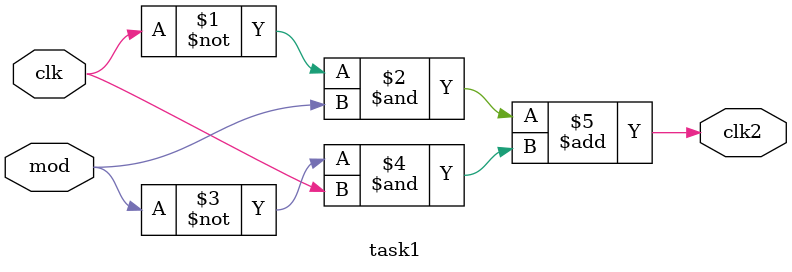
<source format=v>
module task1(clk,mod,clk2);
input clk,mod;
output clk2;
wire clk;
wire clk2;
wire mod;

assign clk2 = (~clk & mod) + (~mod & clk);

endmodule

</source>
